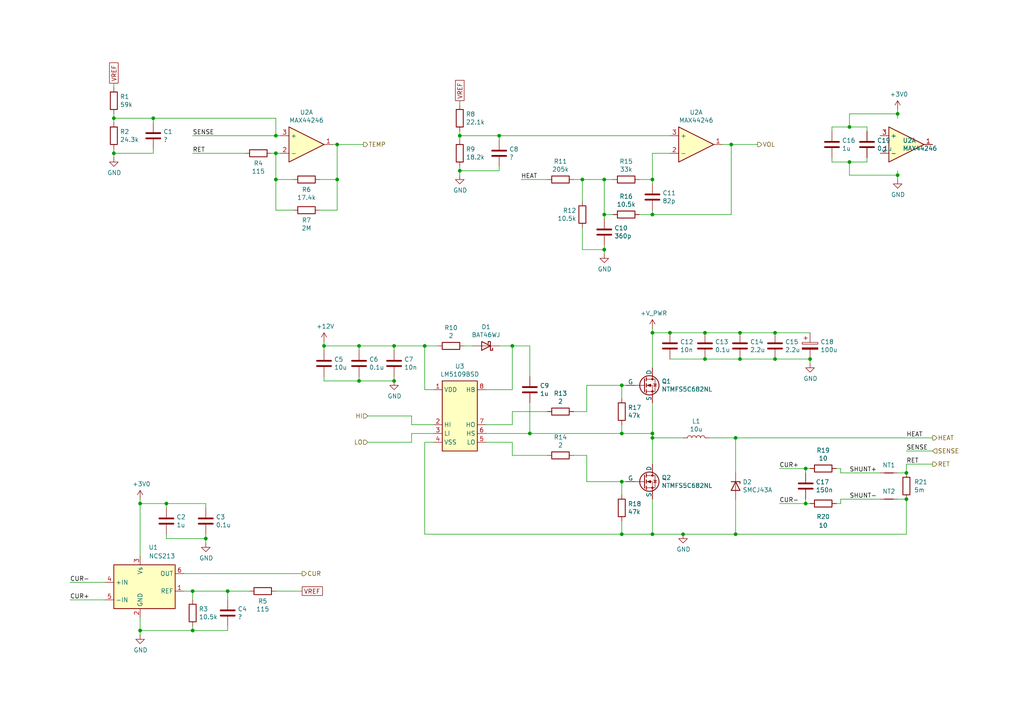
<source format=kicad_sch>
(kicad_sch (version 20211123) (generator eeschema)
  (paper "A4")
  (lib_symbols
    (symbol "Device:C" (pin_numbers hide) (pin_names (offset 0.254))
      (property "Reference" "C" (at 0.635 2.54 0))
      (property "Value" "C" (at 0.635 -2.54 0))
      (symbol "C_0_1"
        (polyline (pts (xy -2.032 -0.762) (xy 2.032 -0.762)) (stroke (width 0.508)))
        (polyline (pts (xy -2.032 0.762) (xy 2.032 0.762)) (stroke (width 0.508)))
      )
      (symbol "C_1_1"
        (pin passive line (at 0 3.81 270) (length 2.794) (name "~") (number "1"))
        (pin passive line (at 0 -3.81 90) (length 2.794) (name "~") (number "2"))
      )
    )
    (symbol "Device:C_Polarized" (pin_numbers hide) (pin_names (offset 0.254))
      (property "Reference" "C" (at 0.635 2.54 0))
      (property "Value" "C_Polarized" (at 0.635 -2.54 0))
      (symbol "C_Polarized_0_1"
        (rectangle (start -2.286 0.508) (end 2.286 1.016))
        (polyline (pts (xy -1.778 2.286) (xy -0.762 2.286)))
        (polyline (pts (xy -1.27 2.794) (xy -1.27 1.778)))
        (rectangle (start 2.286 -0.508) (end -2.286 -1.016) (fill (type outline)))
      )
      (symbol "C_Polarized_1_1"
        (pin passive line (at 0 3.81 270) (length 2.794) (name "~") (number "1"))
        (pin passive line (at 0 -3.81 90) (length 2.794) (name "~") (number "2"))
      )
    )
    (symbol "Device:D_Schottky" (pin_numbers hide) (pin_names (offset 1.016) hide)
      (property "Reference" "D" (at 0 2.54 0))
      (property "Value" "D_Schottky" (at 0 -2.54 0))
      (symbol "D_Schottky_0_1"
        (polyline (pts (xy 1.27 0) (xy -1.27 0)))
        (polyline (pts (xy 1.27 1.27) (xy 1.27 -1.27) (xy -1.27 0) (xy 1.27 1.27)) (stroke (width 0.254)))
        (polyline (pts (xy -1.905 0.635) (xy -1.905 1.27) (xy -1.27 1.27) (xy -1.27 -1.27) (xy -0.635 -1.27) (xy -0.635 -0.635)) (stroke (width 0.254)))
      )
      (symbol "D_Schottky_1_1"
        (pin passive line (at -3.81 0 0) (length 2.54) (name "K") (number "1"))
        (pin passive line (at 3.81 0 180) (length 2.54) (name "A") (number "2"))
      )
    )
    (symbol "Device:D_Zener" (pin_numbers hide) (pin_names (offset 1.016) hide)
      (property "Reference" "D" (at 0 2.54 0))
      (property "Value" "D_Zener" (at 0 -2.54 0))
      (symbol "D_Zener_0_1"
        (polyline (pts (xy 1.27 0) (xy -1.27 0)))
        (polyline (pts (xy -1.27 -1.27) (xy -1.27 1.27) (xy -0.762 1.27)) (stroke (width 0.254)))
        (polyline (pts (xy 1.27 -1.27) (xy 1.27 1.27) (xy -1.27 0) (xy 1.27 -1.27)) (stroke (width 0.254)))
      )
      (symbol "D_Zener_1_1"
        (pin passive line (at -3.81 0 0) (length 2.54) (name "K") (number "1"))
        (pin passive line (at 3.81 0 180) (length 2.54) (name "A") (number "2"))
      )
    )
    (symbol "Device:L" (pin_numbers hide) (pin_names (offset 1.016) hide)
      (property "Reference" "L" (at -1.27 0 90))
      (property "Value" "L" (at 1.905 0 90))
      (symbol "L_0_1"
        (arc (start 0 -2.54) (mid 0.635 -1.905) (end 0 -1.27))
        (arc (start 0 -1.27) (mid 0.635 -0.635) (end 0 0))
        (arc (start 0 0) (mid 0.635 0.635) (end 0 1.27))
        (arc (start 0 1.27) (mid 0.635 1.905) (end 0 2.54))
      )
      (symbol "L_1_1"
        (pin passive line (at 0 3.81 270) (length 1.27) (name "1") (number "1"))
        (pin passive line (at 0 -3.81 90) (length 1.27) (name "2") (number "2"))
      )
    )
    (symbol "Device:NetTie_2" (pin_numbers hide) (pin_names (offset 0) hide)
      (property "Reference" "NT" (at 0 1.27 0))
      (property "Value" "NetTie_2" (at 0 -1.27 0))
      (symbol "NetTie_2_0_1"
        (polyline (pts (xy -1.27 0) (xy 1.27 0)) (stroke (width 0.254)))
      )
      (symbol "NetTie_2_1_1"
        (pin passive line (at -2.54 0 0) (length 2.54) (name "1") (number "1"))
        (pin passive line (at 2.54 0 180) (length 2.54) (name "2") (number "2"))
      )
    )
    (symbol "Device:Opamp_Dual"
      (property "Reference" "U" (at 0 5.08 0))
      (property "Value" "Opamp_Dual" (at 0 -5.08 0))
      (symbol "Opamp_Dual_1_1"
        (polyline (pts (xy -5.08 5.08) (xy 5.08 0) (xy -5.08 -5.08) (xy -5.08 5.08)) (stroke (width 0.254)) (fill (type background)))
        (pin output line (at 7.62 0 180) (length 2.54) (name "~") (number "1"))
        (pin input line (at -7.62 -2.54 0) (length 2.54) (name "-") (number "2"))
        (pin input line (at -7.62 2.54 0) (length 2.54) (name "+") (number "3"))
      )
      (symbol "Opamp_Dual_2_1"
        (polyline (pts (xy -5.08 5.08) (xy 5.08 0) (xy -5.08 -5.08) (xy -5.08 5.08)) (stroke (width 0.254)) (fill (type background)))
        (pin input line (at -7.62 2.54 0) (length 2.54) (name "+") (number "5"))
        (pin input line (at -7.62 -2.54 0) (length 2.54) (name "-") (number "6"))
        (pin output line (at 7.62 0 180) (length 2.54) (name "~") (number "7"))
      )
      (symbol "Opamp_Dual_3_1"
        (pin power_in line (at -2.54 -7.62 90) (length 3.81) (name "V-") (number "4"))
        (pin power_in line (at -2.54 7.62 270) (length 3.81) (name "V+") (number "8"))
      )
    )
    (symbol "Device:R" (pin_numbers hide) (pin_names (offset 0))
      (property "Reference" "R" (at 2.032 0 90))
      (property "Value" "R" (at 0 0 90))
      (symbol "R_0_1"
        (rectangle (start -1.016 -2.54) (end 1.016 2.54) (stroke (width 0.254)))
      )
      (symbol "R_1_1"
        (pin passive line (at 0 3.81 270) (length 1.27) (name "~") (number "1"))
        (pin passive line (at 0 -3.81 90) (length 1.27) (name "~") (number "2"))
      )
    )
    (symbol "Driver_FET:LM5109BSD"
      (property "Reference" "U" (at 0 13.97 0))
      (property "Value" "LM5109BSD" (at 0 11.43 0))
      (symbol "LM5109BSD_0_1"
        (rectangle (start -5.08 -10.16) (end 5.08 10.16) (stroke (width 0.254)) (fill (type background)))
      )
      (symbol "LM5109BSD_1_1"
        (pin power_in line (at -7.62 7.62 0) (length 2.54) (name "VDD") (number "1"))
        (pin input line (at -7.62 -2.54 0) (length 2.54) (name "HI") (number "2"))
        (pin input line (at -7.62 -5.08 0) (length 2.54) (name "LI") (number "3"))
        (pin power_in line (at -7.62 -7.62 0) (length 2.54) (name "VSS") (number "4"))
        (pin output line (at 7.62 -7.62 180) (length 2.54) (name "LO") (number "5"))
        (pin passive line (at 7.62 -5.08 180) (length 2.54) (name "HS") (number "6"))
        (pin output line (at 7.62 -2.54 180) (length 2.54) (name "HO") (number "7"))
        (pin passive line (at 7.62 7.62 180) (length 2.54) (name "HB") (number "8"))
        (pin passive line (at -7.62 -7.62 0) (length 2.54) hide (name "VSS") (number "9"))
      )
    )
    (symbol "Station:+V_PWR" (power) (pin_names (offset 0))
      (property "Value" "+V_PWR" (at 0 3.556 0))
      (symbol "+V_PWR_0_1"
        (polyline (pts (xy -0.762 1.27) (xy 0 2.54)))
        (polyline (pts (xy 0 0) (xy 0 2.54)))
        (polyline (pts (xy 0 2.54) (xy 0.762 1.27)))
      )
      (symbol "+V_PWR_1_1"
        (pin power_in line (at 0 0 90) (length 0) hide (name "+V_PWR") (number "1"))
      )
    )
    (symbol "Station:NCS213"
      (property "Reference" "U" (at -7.62 8.89 0))
      (property "Value" "NCS213" (at 2.54 8.89 0))
      (symbol "NCS213_0_1"
        (rectangle (start -7.62 7.62) (end 10.16 -5.08) (stroke (width 0.254)) (fill (type background)))
      )
      (symbol "NCS213_1_1"
        (pin input line (at 12.7 0 180) (length 2.54) (name "REF") (number "1"))
        (pin power_in line (at 0 -7.62 90) (length 2.54) (name "GND") (number "2"))
        (pin power_in line (at 0 10.16 270) (length 2.54) (name "Vs") (number "3"))
        (pin input line (at -10.16 2.54 0) (length 2.54) (name "+IN") (number "4"))
        (pin input line (at -10.16 -2.54 0) (length 2.54) (name "-IN") (number "5"))
        (pin output line (at 12.7 5.08 180) (length 2.54) (name "OUT") (number "6"))
      )
    )
    (symbol "Station:NTMFS5C682NL" (pin_numbers hide) (pin_names (offset 0))
      (property "Reference" "Q" (at 5.08 1.27 0))
      (property "Value" "NTMFS5C682NL" (at 5.08 -1.27 0))
      (symbol "NTMFS5C682NL_0_1"
        (polyline (pts (xy 0.254 0) (xy -2.54 0)))
        (polyline (pts (xy 0.254 1.905) (xy 0.254 -1.905)) (stroke (width 0.254)))
        (polyline (pts (xy 0.762 -1.27) (xy 0.762 -2.286)) (stroke (width 0.254)))
        (polyline (pts (xy 0.762 0.508) (xy 0.762 -0.508)) (stroke (width 0.254)))
        (polyline (pts (xy 0.762 2.286) (xy 0.762 1.27)) (stroke (width 0.254)))
        (polyline (pts (xy 2.54 2.54) (xy 2.54 1.778)))
        (polyline (pts (xy 2.54 -2.54) (xy 2.54 0) (xy 0.762 0)))
        (polyline (pts (xy 0.762 -1.778) (xy 3.302 -1.778) (xy 3.302 1.778) (xy 0.762 1.778)))
        (polyline (pts (xy 1.016 0) (xy 2.032 0.381) (xy 2.032 -0.381) (xy 1.016 0)) (fill (type outline)))
        (polyline (pts (xy 2.794 0.508) (xy 2.921 0.381) (xy 3.683 0.381) (xy 3.81 0.254)))
        (polyline (pts (xy 3.302 0.381) (xy 2.921 -0.254) (xy 3.683 -0.254) (xy 3.302 0.381)))
        (circle (center 1.651 0) (radius 2.794) (stroke (width 0.254)))
        (circle (center 2.54 -1.778) (radius 0.254) (fill (type outline)))
        (circle (center 2.54 1.778) (radius 0.254) (fill (type outline)))
      )
      (symbol "NTMFS5C682NL_1_1"
        (pin passive line (at 2.54 -5.08 90) (length 2.54) (name "S") (number "1"))
        (pin passive line (at 2.54 -5.08 90) (length 2.54) hide (name "S") (number "2"))
        (pin passive line (at 2.54 -5.08 90) (length 2.54) hide (name "S") (number "3"))
        (pin input line (at -5.08 0 0) (length 2.54) (name "G") (number "4"))
        (pin passive line (at 2.54 5.08 270) (length 2.54) (name "D") (number "5"))
      )
    )
    (symbol "power:+12V" (power) (pin_names (offset 0))
      (property "Value" "+12V" (at 0 3.556 0))
      (symbol "+12V_0_1"
        (polyline (pts (xy -0.762 1.27) (xy 0 2.54)))
        (polyline (pts (xy 0 0) (xy 0 2.54)))
        (polyline (pts (xy 0 2.54) (xy 0.762 1.27)))
      )
      (symbol "+12V_1_1"
        (pin power_in line (at 0 0 90) (length 0) hide (name "+12V") (number "1"))
      )
    )
    (symbol "power:+3V0" (power) (pin_names (offset 0))
      (property "Value" "+3V0" (at 0 3.556 0))
      (symbol "+3V0_0_1"
        (polyline (pts (xy -0.762 1.27) (xy 0 2.54)))
        (polyline (pts (xy 0 0) (xy 0 2.54)))
        (polyline (pts (xy 0 2.54) (xy 0.762 1.27)))
      )
      (symbol "+3V0_1_1"
        (pin power_in line (at 0 0 90) (length 0) hide (name "+3V0") (number "1"))
      )
    )
    (symbol "power:GND" (power) (pin_names (offset 0))
      (property "Value" "GND" (at 0 -3.81 0))
      (symbol "GND_0_1"
        (polyline (pts (xy 0 0) (xy 0 -1.27) (xy 1.27 -1.27) (xy 0 -2.54) (xy -1.27 -1.27) (xy 0 -1.27)))
      )
      (symbol "GND_1_1"
        (pin power_in line (at 0 0 270) (length 0) hide (name "GND") (number "1"))
      )
    )
  )
  (junction (at 66.04 171.45))
  (junction (at 214.63 104.14))
  (junction (at 224.79 96.52))
  (junction (at 233.68 135.89))
  (junction (at 55.88 182.88))
  (junction (at 246.38 36.83))
  (junction (at 97.79 52.07))
  (junction (at 44.45 34.29))
  (junction (at 204.47 96.52))
  (junction (at 189.23 62.23))
  (junction (at 214.63 96.52))
  (junction (at 40.64 182.88))
  (junction (at 233.68 146.05))
  (junction (at 212.09 41.91))
  (junction (at 33.02 34.29))
  (junction (at 262.89 144.78))
  (junction (at 180.34 111.76))
  (junction (at 168.91 52.07))
  (junction (at 213.36 127))
  (junction (at 262.89 137.16))
  (junction (at 80.01 39.37))
  (junction (at 189.23 52.07))
  (junction (at 175.26 52.07))
  (junction (at 153.67 125.73))
  (junction (at 40.64 146.05))
  (junction (at 213.36 154.94))
  (junction (at 123.19 100.33))
  (junction (at 175.26 72.39))
  (junction (at 260.35 33.02))
  (junction (at 133.35 39.37))
  (junction (at 114.3 100.33))
  (junction (at 194.31 96.52))
  (junction (at 48.26 146.05))
  (junction (at 114.3 110.49))
  (junction (at 180.34 139.7))
  (junction (at 104.14 100.33))
  (junction (at 33.02 44.45))
  (junction (at 59.69 156.21))
  (junction (at 224.79 104.14))
  (junction (at 148.59 100.33))
  (junction (at 180.34 154.94))
  (junction (at 189.23 154.94))
  (junction (at 246.38 46.99))
  (junction (at 133.35 49.53))
  (junction (at 80.01 44.45))
  (junction (at 189.23 125.73))
  (junction (at 144.78 39.37))
  (junction (at 80.01 52.07))
  (junction (at 175.26 62.23))
  (junction (at 198.12 154.94))
  (junction (at 55.88 171.45))
  (junction (at 234.95 104.14))
  (junction (at 189.23 96.52))
  (junction (at 104.14 110.49))
  (junction (at 97.79 41.91))
  (junction (at 260.35 50.8))
  (junction (at 180.34 125.73))
  (junction (at 189.23 127))
  (junction (at 204.47 104.14))
  (junction (at 93.98 100.33))
  (wire (pts (xy 48.26 146.05) (xy 40.64 146.05)))
  (wire (pts (xy 170.18 132.08) (xy 170.18 139.7)))
  (wire (pts (xy 185.42 52.07) (xy 189.23 52.07)))
  (wire (pts (xy 104.14 110.49) (xy 93.98 110.49)))
  (wire (pts (xy 194.31 104.14) (xy 204.47 104.14)))
  (wire (pts (xy 114.3 100.33) (xy 123.19 100.33)))
  (wire (pts (xy 212.09 41.91) (xy 212.09 62.23)))
  (wire (pts (xy 246.38 46.99) (xy 251.46 46.99)))
  (wire (pts (xy 97.79 41.91) (xy 105.41 41.91)))
  (wire (pts (xy 189.23 154.94) (xy 198.12 154.94)))
  (wire (pts (xy 78.74 44.45) (xy 80.01 44.45)))
  (wire (pts (xy 48.26 156.21) (xy 59.69 156.21)))
  (wire (pts (xy 262.89 144.78) (xy 262.89 154.94)))
  (wire (pts (xy 189.23 125.73) (xy 189.23 116.84)))
  (wire (pts (xy 148.59 132.08) (xy 158.75 132.08)))
  (wire (pts (xy 44.45 44.45) (xy 44.45 43.18)))
  (wire (pts (xy 20.32 168.91) (xy 30.48 168.91)))
  (wire (pts (xy 144.78 39.37) (xy 144.78 40.64)))
  (wire (pts (xy 233.68 146.05) (xy 234.95 146.05)))
  (wire (pts (xy 260.35 49.53) (xy 260.35 50.8)))
  (wire (pts (xy 119.38 125.73) (xy 119.38 128.27)))
  (wire (pts (xy 243.84 146.05) (xy 242.57 146.05)))
  (wire (pts (xy 255.27 144.78) (xy 243.84 144.78)))
  (wire (pts (xy 97.79 52.07) (xy 92.71 52.07)))
  (wire (pts (xy 80.01 44.45) (xy 81.28 44.45)))
  (wire (pts (xy 55.88 182.88) (xy 40.64 182.88)))
  (wire (pts (xy 134.62 100.33) (xy 137.16 100.33)))
  (wire (pts (xy 125.73 113.03) (xy 123.19 113.03)))
  (wire (pts (xy 189.23 52.07) (xy 189.23 53.34)))
  (wire (pts (xy 133.35 39.37) (xy 133.35 40.64)))
  (wire (pts (xy 166.37 132.08) (xy 170.18 132.08)))
  (wire (pts (xy 114.3 101.6) (xy 114.3 100.33)))
  (wire (pts (xy 87.63 171.45) (xy 80.01 171.45)))
  (wire (pts (xy 123.19 128.27) (xy 125.73 128.27)))
  (wire (pts (xy 180.34 139.7) (xy 181.61 139.7)))
  (wire (pts (xy 148.59 128.27) (xy 148.59 132.08)))
  (wire (pts (xy 262.89 134.62) (xy 262.89 137.16)))
  (wire (pts (xy 213.36 144.78) (xy 213.36 154.94)))
  (wire (pts (xy 246.38 36.83) (xy 241.3 36.83)))
  (wire (pts (xy 198.12 127) (xy 189.23 127)))
  (wire (pts (xy 119.38 123.19) (xy 119.38 120.65)))
  (wire (pts (xy 166.37 52.07) (xy 168.91 52.07)))
  (wire (pts (xy 241.3 46.99) (xy 246.38 46.99)))
  (wire (pts (xy 40.64 182.88) (xy 40.64 184.15)))
  (wire (pts (xy 224.79 104.14) (xy 234.95 104.14)))
  (wire (pts (xy 180.34 123.19) (xy 180.34 125.73)))
  (wire (pts (xy 144.78 39.37) (xy 194.31 39.37)))
  (wire (pts (xy 204.47 96.52) (xy 194.31 96.52)))
  (wire (pts (xy 55.88 181.61) (xy 55.88 182.88)))
  (wire (pts (xy 246.38 46.99) (xy 246.38 50.8)))
  (wire (pts (xy 180.34 143.51) (xy 180.34 139.7)))
  (wire (pts (xy 133.35 48.26) (xy 133.35 49.53)))
  (wire (pts (xy 175.26 62.23) (xy 177.8 62.23)))
  (wire (pts (xy 66.04 182.88) (xy 66.04 181.61)))
  (wire (pts (xy 246.38 33.02) (xy 246.38 36.83)))
  (wire (pts (xy 20.32 173.99) (xy 30.48 173.99)))
  (wire (pts (xy 233.68 135.89) (xy 233.68 137.16)))
  (wire (pts (xy 234.95 104.14) (xy 234.95 105.41)))
  (wire (pts (xy 125.73 123.19) (xy 119.38 123.19)))
  (wire (pts (xy 48.26 146.05) (xy 48.26 147.32)))
  (wire (pts (xy 262.89 154.94) (xy 213.36 154.94)))
  (wire (pts (xy 148.59 113.03) (xy 148.59 100.33)))
  (wire (pts (xy 189.23 60.96) (xy 189.23 62.23)))
  (wire (pts (xy 53.34 166.37) (xy 87.63 166.37)))
  (wire (pts (xy 133.35 29.21) (xy 133.35 30.48)))
  (wire (pts (xy 80.01 52.07) (xy 80.01 44.45)))
  (wire (pts (xy 170.18 139.7) (xy 180.34 139.7)))
  (wire (pts (xy 93.98 100.33) (xy 104.14 100.33)))
  (wire (pts (xy 80.01 60.96) (xy 85.09 60.96)))
  (wire (pts (xy 260.35 137.16) (xy 262.89 137.16)))
  (wire (pts (xy 81.28 39.37) (xy 80.01 39.37)))
  (wire (pts (xy 55.88 171.45) (xy 66.04 171.45)))
  (wire (pts (xy 80.01 39.37) (xy 55.88 39.37)))
  (wire (pts (xy 262.89 144.78) (xy 260.35 144.78)))
  (wire (pts (xy 144.78 39.37) (xy 133.35 39.37)))
  (wire (pts (xy 93.98 110.49) (xy 93.98 109.22)))
  (wire (pts (xy 53.34 171.45) (xy 55.88 171.45)))
  (wire (pts (xy 251.46 36.83) (xy 246.38 36.83)))
  (wire (pts (xy 270.51 134.62) (xy 262.89 134.62)))
  (wire (pts (xy 270.51 130.81) (xy 262.89 130.81)))
  (wire (pts (xy 233.68 144.78) (xy 233.68 146.05)))
  (wire (pts (xy 189.23 52.07) (xy 189.23 44.45)))
  (wire (pts (xy 140.97 125.73) (xy 153.67 125.73)))
  (wire (pts (xy 251.46 46.99) (xy 251.46 45.72)))
  (wire (pts (xy 80.01 52.07) (xy 80.01 60.96)))
  (wire (pts (xy 260.35 50.8) (xy 260.35 52.07)))
  (wire (pts (xy 166.37 119.38) (xy 170.18 119.38)))
  (wire (pts (xy 148.59 100.33) (xy 153.67 100.33)))
  (wire (pts (xy 97.79 41.91) (xy 97.79 52.07)))
  (wire (pts (xy 133.35 49.53) (xy 133.35 50.8)))
  (wire (pts (xy 189.23 62.23) (xy 212.09 62.23)))
  (wire (pts (xy 66.04 171.45) (xy 72.39 171.45)))
  (wire (pts (xy 44.45 34.29) (xy 33.02 34.29)))
  (wire (pts (xy 104.14 101.6) (xy 104.14 100.33)))
  (wire (pts (xy 189.23 62.23) (xy 185.42 62.23)))
  (wire (pts (xy 33.02 44.45) (xy 33.02 45.72)))
  (wire (pts (xy 153.67 109.22) (xy 153.67 100.33)))
  (wire (pts (xy 224.79 96.52) (xy 234.95 96.52)))
  (wire (pts (xy 59.69 156.21) (xy 59.69 154.94)))
  (wire (pts (xy 175.26 52.07) (xy 175.26 62.23)))
  (wire (pts (xy 153.67 125.73) (xy 180.34 125.73)))
  (wire (pts (xy 168.91 72.39) (xy 168.91 66.04)))
  (wire (pts (xy 140.97 123.19) (xy 148.59 123.19)))
  (wire (pts (xy 243.84 135.89) (xy 242.57 135.89)))
  (wire (pts (xy 96.52 41.91) (xy 97.79 41.91)))
  (wire (pts (xy 40.64 179.07) (xy 40.64 182.88)))
  (wire (pts (xy 148.59 123.19) (xy 148.59 119.38)))
  (wire (pts (xy 234.95 135.89) (xy 233.68 135.89)))
  (wire (pts (xy 123.19 154.94) (xy 123.19 128.27)))
  (wire (pts (xy 180.34 125.73) (xy 189.23 125.73)))
  (wire (pts (xy 180.34 115.57) (xy 180.34 111.76)))
  (wire (pts (xy 123.19 113.03) (xy 123.19 100.33)))
  (wire (pts (xy 168.91 58.42) (xy 168.91 52.07)))
  (wire (pts (xy 40.64 144.78) (xy 40.64 146.05)))
  (wire (pts (xy 40.64 146.05) (xy 40.64 161.29)))
  (wire (pts (xy 260.35 33.02) (xy 246.38 33.02)))
  (wire (pts (xy 133.35 49.53) (xy 144.78 49.53)))
  (wire (pts (xy 33.02 24.13) (xy 33.02 25.4)))
  (wire (pts (xy 33.02 33.02) (xy 33.02 34.29)))
  (wire (pts (xy 71.12 44.45) (xy 55.88 44.45)))
  (wire (pts (xy 85.09 52.07) (xy 80.01 52.07)))
  (wire (pts (xy 123.19 100.33) (xy 127 100.33)))
  (wire (pts (xy 243.84 137.16) (xy 243.84 135.89)))
  (wire (pts (xy 144.78 100.33) (xy 148.59 100.33)))
  (wire (pts (xy 104.14 100.33) (xy 114.3 100.33)))
  (wire (pts (xy 104.14 110.49) (xy 114.3 110.49)))
  (wire (pts (xy 214.63 96.52) (xy 224.79 96.52)))
  (wire (pts (xy 241.3 36.83) (xy 241.3 38.1)))
  (wire (pts (xy 213.36 127) (xy 270.51 127)))
  (wire (pts (xy 168.91 52.07) (xy 175.26 52.07)))
  (wire (pts (xy 213.36 127) (xy 213.36 137.16)))
  (wire (pts (xy 123.19 154.94) (xy 180.34 154.94)))
  (wire (pts (xy 55.88 173.99) (xy 55.88 171.45)))
  (wire (pts (xy 93.98 99.06) (xy 93.98 100.33)))
  (wire (pts (xy 212.09 41.91) (xy 209.55 41.91)))
  (wire (pts (xy 204.47 104.14) (xy 214.63 104.14)))
  (wire (pts (xy 80.01 34.29) (xy 44.45 34.29)))
  (wire (pts (xy 212.09 41.91) (xy 219.71 41.91)))
  (wire (pts (xy 119.38 120.65) (xy 106.68 120.65)))
  (wire (pts (xy 251.46 38.1) (xy 251.46 36.83)))
  (wire (pts (xy 213.36 154.94) (xy 198.12 154.94)))
  (wire (pts (xy 170.18 119.38) (xy 170.18 111.76)))
  (wire (pts (xy 80.01 34.29) (xy 80.01 39.37)))
  (wire (pts (xy 243.84 144.78) (xy 243.84 146.05)))
  (wire (pts (xy 246.38 50.8) (xy 260.35 50.8)))
  (wire (pts (xy 189.23 96.52) (xy 189.23 106.68)))
  (wire (pts (xy 241.3 45.72) (xy 241.3 46.99)))
  (wire (pts (xy 194.31 96.52) (xy 189.23 96.52)))
  (wire (pts (xy 119.38 128.27) (xy 106.68 128.27)))
  (wire (pts (xy 175.26 62.23) (xy 175.26 63.5)))
  (wire (pts (xy 158.75 52.07) (xy 151.13 52.07)))
  (wire (pts (xy 233.68 146.05) (xy 226.06 146.05)))
  (wire (pts (xy 175.26 72.39) (xy 175.26 73.66)))
  (wire (pts (xy 133.35 38.1) (xy 133.35 39.37)))
  (wire (pts (xy 114.3 109.22) (xy 114.3 110.49)))
  (wire (pts (xy 59.69 156.21) (xy 59.69 157.48)))
  (wire (pts (xy 48.26 154.94) (xy 48.26 156.21)))
  (wire (pts (xy 189.23 44.45) (xy 194.31 44.45)))
  (wire (pts (xy 175.26 72.39) (xy 168.91 72.39)))
  (wire (pts (xy 189.23 95.25) (xy 189.23 96.52)))
  (wire (pts (xy 66.04 173.99) (xy 66.04 171.45)))
  (wire (pts (xy 33.02 44.45) (xy 44.45 44.45)))
  (wire (pts (xy 33.02 34.29) (xy 33.02 35.56)))
  (wire (pts (xy 189.23 127) (xy 189.23 125.73)))
  (wire (pts (xy 170.18 111.76) (xy 180.34 111.76)))
  (wire (pts (xy 260.35 31.75) (xy 260.35 33.02)))
  (wire (pts (xy 180.34 111.76) (xy 181.61 111.76)))
  (wire (pts (xy 243.84 137.16) (xy 255.27 137.16)))
  (wire (pts (xy 140.97 128.27) (xy 148.59 128.27)))
  (wire (pts (xy 44.45 35.56) (xy 44.45 34.29)))
  (wire (pts (xy 55.88 182.88) (xy 66.04 182.88)))
  (wire (pts (xy 140.97 113.03) (xy 148.59 113.03)))
  (wire (pts (xy 189.23 134.62) (xy 189.23 127)))
  (wire (pts (xy 233.68 135.89) (xy 226.06 135.89)))
  (wire (pts (xy 214.63 96.52) (xy 204.47 96.52)))
  (wire (pts (xy 33.02 43.18) (xy 33.02 44.45)))
  (wire (pts (xy 189.23 154.94) (xy 180.34 154.94)))
  (wire (pts (xy 153.67 116.84) (xy 153.67 125.73)))
  (wire (pts (xy 260.35 33.02) (xy 260.35 34.29)))
  (wire (pts (xy 148.59 119.38) (xy 158.75 119.38)))
  (wire (pts (xy 189.23 144.78) (xy 189.23 154.94)))
  (wire (pts (xy 144.78 49.53) (xy 144.78 48.26)))
  (wire (pts (xy 125.73 125.73) (xy 119.38 125.73)))
  (wire (pts (xy 93.98 101.6) (xy 93.98 100.33)))
  (wire (pts (xy 97.79 60.96) (xy 97.79 52.07)))
  (wire (pts (xy 92.71 60.96) (xy 97.79 60.96)))
  (wire (pts (xy 214.63 104.14) (xy 224.79 104.14)))
  (wire (pts (xy 59.69 147.32) (xy 59.69 146.05)))
  (wire (pts (xy 180.34 151.13) (xy 180.34 154.94)))
  (wire (pts (xy 175.26 71.12) (xy 175.26 72.39)))
  (wire (pts (xy 59.69 146.05) (xy 48.26 146.05)))
  (wire (pts (xy 175.26 52.07) (xy 177.8 52.07)))
  (wire (pts (xy 104.14 109.22) (xy 104.14 110.49)))
  (wire (pts (xy 205.74 127) (xy 213.36 127)))
  (label "RET" (at 55.88 44.45 0))
  (label "RET" (at 262.89 134.62 0))
  (label "SHUNT+" (at 246.38 137.16 0))
  (label "SENSE" (at 262.89 130.81 0))
  (label "CUR+" (at 20.32 173.99 0))
  (label "HEAT" (at 151.13 52.07 0))
  (label "SHUNT-" (at 246.38 144.78 0))
  (label "CUR-" (at 20.32 168.91 0))
  (label "HEAT" (at 262.89 127 0))
  (label "CUR+" (at 226.06 135.89 0))
  (label "CUR-" (at 226.06 146.05 0))
  (label "SENSE" (at 55.88 39.37 0))
  (global_label "VREF" (shape passive) (at 33.02 24.13 90) (property "Intersheet References" "${INTERSHEET_REFS}" (effects hide)))
  (global_label "VREF" (shape passive) (at 133.35 29.21 90) (property "Intersheet References" "${INTERSHEET_REFS}" (effects hide)))
  (global_label "VREF" (shape passive) (at 87.63 171.45 0) (property "Intersheet References" "${INTERSHEET_REFS}" (effects hide)))
  (hierarchical_label "VOL" (shape output) (at 219.71 41.91 0))
  (hierarchical_label "HEAT" (shape output) (at 270.51 127 0))
  (hierarchical_label "TEMP" (shape output) (at 105.41 41.91 0))
  (hierarchical_label "CUR" (shape output) (at 87.63 166.37 0))
  (hierarchical_label "SENSE" (shape input) (at 270.51 130.81 0))
  (hierarchical_label "HI" (shape input) (at 106.68 120.65 180))
  (hierarchical_label "RET" (shape output) (at 270.51 134.62 0))
  (hierarchical_label "LO" (shape input) (at 106.68 128.27 180))
  (symbol (lib_id "Device:L") (at 201.93 127 90)
    (property "Reference" "L1" (at 201.93 122.174 90))
    (property "Value" "10u" (at 201.93 124.4854 90))
    (property "Footprint" "station:L_Bourns_SRP1265C" (effects hide))
    (property "Datasheet" "https://www.bourns.com/docs/product-datasheets/SRP1265C.pdf" (effects hide))
    (property "Part Number" "SRP1265C-100M" (effects hide))
    (property "Manufacturer" "Bourns" (effects hide))
  )
  (symbol (lib_id "Device:R") (at 262.89 140.97 180)
    (property "Reference" "R21" (at 265.1252 139.8016 0) (effects (justify right)))
    (property "Value" "5m" (at 265.1252 142.113 0) (effects (justify right)))
    (property "Footprint" "Resistor_SMD:R_0612_1632Metric" (effects hide))
    (property "Datasheet" "https://www.seielect.com/catalog/sei-csrf.pdf" (effects hide))
    (property "Manufacturer" "Stackpole Electronics Inc" (effects hide))
    (property "Part Number" "CSRF0612FT5L00" (effects hide))
    (property "Tolerance" "1%" (effects hide))
  )
  (symbol (lib_id "power:GND") (at 198.12 154.94 0)
    (property "Reference" "#PWR014" (effects hide))
    (property "Value" "GND" (at 198.247 159.3342 0))
  )
  (symbol (lib_id "Device:C") (at 194.31 100.33 0)
    (property "Reference" "C12" (at 197.231 99.1616 0) (effects (justify left)))
    (property "Value" "10n" (at 197.231 101.473 0) (effects (justify left)))
    (property "Footprint" "Capacitor_SMD:C_0603_1608Metric" (effects hide))
    (property "Datasheet" "https://product.tdk.com/info/en/catalog/datasheets/mlcc_commercial_midvoltage_en.pdf?ref_disty=digikey" (effects hide))
    (property "Voltage Rating" "100 V" (effects hide))
    (property "Manufacturer" "TDK" (effects hide))
    (property "Part Number" "C1608X7R2A103K080AA" (effects hide))
    (property "Tolerance" "10%" (effects hide))
  )
  (symbol (lib_id "Device:C") (at 204.47 100.33 0)
    (property "Reference" "C13" (at 207.391 99.1616 0) (effects (justify left)))
    (property "Value" "0.1u" (at 207.391 101.473 0) (effects (justify left)))
    (property "Footprint" "Capacitor_SMD:C_0805_2012Metric" (effects hide))
    (property "Datasheet" "https://www.we-online.de/katalog/datasheet/885012207128.pdf" (effects hide))
    (property "Voltage Rating" "100 V" (effects hide))
    (property "Manufacturer" "Wurth Electronik" (effects hide))
    (property "Part Number" "885012207128" (effects hide))
    (property "Tolerance" "10%" (effects hide))
  )
  (symbol (lib_id "Device:C") (at 214.63 100.33 0)
    (property "Reference" "C14" (at 217.551 99.1616 0) (effects (justify left)))
    (property "Value" "2.2u" (at 217.551 101.473 0) (effects (justify left)))
    (property "Footprint" "Capacitor_SMD:C_1210_3225Metric" (effects hide))
    (property "Datasheet" "https://ds.yuden.co.jp/TYCOMPAS/ut/detail?pn=HMK325B7225KM-T%20%20&u=M" (effects hide))
    (property "Voltage Rating" "100 V" (effects hide))
    (property "Part Number" "HMK325B7225KM-T" (effects hide))
    (property "Manufacturer" "Taiyo Yuden" (effects hide))
    (property "Tolerance" "10%" (effects hide))
  )
  (symbol (lib_id "Device:R") (at 162.56 119.38 270)
    (property "Reference" "R13" (at 162.56 114.1222 90))
    (property "Value" "2" (at 162.56 116.4336 90))
    (property "Footprint" "Resistor_SMD:R_0603_1608Metric" (effects hide))
    (property "Datasheet" "https://industrial.panasonic.com/cdbs/www-data/pdf/RDO0000/AOA0000C331.pdf" (effects hide))
    (property "Tolerance" "5%" (effects hide))
    (property "Manufacturer" "Panasonic" (effects hide))
    (property "Part Number" "ERJ-PA3J2R0V" (effects hide))
  )
  (symbol (lib_id "Device:C") (at 153.67 113.03 180)
    (property "Reference" "C9" (at 156.591 111.8616 0) (effects (justify right)))
    (property "Value" "1u" (at 156.591 114.173 0) (effects (justify right)))
    (property "Footprint" "Capacitor_SMD:C_1206_3216Metric" (effects hide))
    (property "Datasheet" "https://api.kemet.com/component-edge/download/datasheet/C1206C105K3RACAUTO.pdf" (effects hide))
    (property "Voltage Rating" "25 V" (effects hide))
    (property "Manufacturer" "KEMET" (effects hide))
    (property "Part Number" "C1206C105K3RACAUTO" (effects hide))
    (property "Tolerance" "10%" (effects hide))
  )
  (symbol (lib_id "Device:R") (at 130.81 100.33 270)
    (property "Reference" "R10" (at 130.81 95.0722 90))
    (property "Value" "2" (at 130.81 97.3836 90))
    (property "Footprint" "Resistor_SMD:R_0603_1608Metric" (effects hide))
    (property "Datasheet" "https://industrial.panasonic.com/cdbs/www-data/pdf/RDO0000/AOA0000C331.pdf" (effects hide))
    (property "Tolerance" "5%" (effects hide))
    (property "Manufacturer" "Panasonic" (effects hide))
    (property "Part Number" "ERJ-PA3J2R0V" (effects hide))
  )
  (symbol (lib_id "Device:C") (at 104.14 105.41 0)
    (property "Reference" "C6" (at 107.061 104.2416 0) (effects (justify left)))
    (property "Value" "0.1u" (at 107.061 106.553 0) (effects (justify left)))
    (property "Footprint" "Capacitor_SMD:C_0603_1608Metric" (effects hide))
    (property "Datasheet" "https://ds.yuden.co.jp/TYCOMPAS/ut/detail?pn=GMK107B7104KAHT%20%20&u=M" (effects hide))
    (property "Voltage Rating" "35 V" (effects hide))
    (property "Manufacturer" "Taiyo Yuden" (effects hide))
    (property "Part Number" "GMK107B7104KAHT" (effects hide))
    (property "Tolerance" "10%" (effects hide))
  )
  (symbol (lib_id "Device:C") (at 114.3 105.41 0)
    (property "Reference" "C7" (at 117.221 104.2416 0) (effects (justify left)))
    (property "Value" "10n" (at 117.221 106.553 0) (effects (justify left)))
    (property "Footprint" "Capacitor_SMD:C_0603_1608Metric" (effects hide))
    (property "Datasheet" "https://product.tdk.com/info/en/catalog/datasheets/mlcc_commercial_midvoltage_en.pdf?ref_disty=digikey" (effects hide))
    (property "Voltage Rating" "100 V" (effects hide))
    (property "Manufacturer" "TDK" (effects hide))
    (property "Part Number" "C1608X7R2A103K080AA" (effects hide))
    (property "Tolerance" "10%" (effects hide))
  )
  (symbol (lib_id "power:GND") (at 234.95 105.41 0)
    (property "Reference" "#PWR015" (effects hide))
    (property "Value" "GND" (at 235.077 109.8042 0))
  )
  (symbol (lib_id "Device:R") (at 180.34 119.38 180)
    (property "Reference" "R17" (at 182.118 118.2116 0) (effects (justify right)))
    (property "Value" "47k" (at 182.118 120.523 0) (effects (justify right)))
    (property "Footprint" "Resistor_SMD:R_0603_1608Metric" (effects hide))
    (property "Datasheet" "https://www.bourns.com/docs/product-datasheets/CRxxxxx.pdf" (effects hide))
    (property "Tolerance" "5%" (effects hide))
    (property "Manufacturer" "Bourns" (effects hide))
    (property "Part Number" "CR0603-JW-473ELF" (effects hide))
  )
  (symbol (lib_id "Device:R") (at 180.34 147.32 180)
    (property "Reference" "R18" (at 182.118 146.1516 0) (effects (justify right)))
    (property "Value" "47k" (at 182.118 148.463 0) (effects (justify right)))
    (property "Footprint" "Resistor_SMD:R_0603_1608Metric" (effects hide))
    (property "Datasheet" "https://www.bourns.com/docs/product-datasheets/CRxxxxx.pdf" (effects hide))
    (property "Tolerance" "5%" (effects hide))
    (property "Manufacturer" "Bourns" (effects hide))
    (property "Part Number" "CR0603-JW-473ELF" (effects hide))
  )
  (symbol (lib_id "Device:R") (at 162.56 132.08 270)
    (property "Reference" "R14" (at 162.56 126.8222 90))
    (property "Value" "2" (at 162.56 129.1336 90))
    (property "Footprint" "Resistor_SMD:R_0603_1608Metric" (effects hide))
    (property "Datasheet" "https://industrial.panasonic.com/cdbs/www-data/pdf/RDO0000/AOA0000C331.pdf" (effects hide))
    (property "Tolerance" "5%" (effects hide))
    (property "Manufacturer" "Panasonic" (effects hide))
    (property "Part Number" "ERJ-PA3J2R0V" (effects hide))
  )
  (symbol (lib_id "Device:C") (at 251.46 41.91 0)
    (property "Reference" "C19" (at 254.381 40.7416 0) (effects (justify left)))
    (property "Value" "0.1u" (at 254.381 43.053 0) (effects (justify left)))
    (property "Footprint" "Capacitor_SMD:C_0603_1608Metric" (effects hide))
    (property "Datasheet" "https://ds.yuden.co.jp/TYCOMPAS/ut/detail?pn=GMK107B7104KAHT%20%20&u=M" (effects hide))
    (property "Voltage Rating" "35 V" (effects hide))
    (property "Manufacturer" "Taiyo Yuden" (effects hide))
    (property "Part Number" "GMK107B7104KAHT" (effects hide))
    (property "Tolerance" "10%" (effects hide))
  )
  (symbol (lib_id "Device:C") (at 241.3 41.91 0)
    (property "Reference" "C16" (at 244.221 40.7416 0) (effects (justify left)))
    (property "Value" "1u" (at 244.221 43.053 0) (effects (justify left)))
    (property "Footprint" "Capacitor_SMD:C_1206_3216Metric" (effects hide))
    (property "Datasheet" "https://api.kemet.com/component-edge/download/datasheet/C1206C105K3RACAUTO.pdf" (effects hide))
    (property "Voltage Rating" "25 V" (effects hide))
    (property "Manufacturer" "KEMET" (effects hide))
    (property "Part Number" "C1206C105K3RACAUTO" (effects hide))
    (property "Tolerance" "10%" (effects hide))
  )
  (symbol (lib_id "power:GND") (at 260.35 52.07 0)
    (property "Reference" "#PWR017" (effects hide))
    (property "Value" "GND" (at 260.477 56.4642 0))
  )
  (symbol (lib_id "Station:NCS213") (at 40.64 171.45 0)
    (property "Reference" "U1" (at 44.45 158.75 0))
    (property "Value" "NCS213" (at 46.99 161.29 0))
    (property "Footprint" "Package_TO_SOT_SMD:SOT-363_SC-70-6" (effects hide))
    (property "Datasheet" "https://www.onsemi.com/pdf/datasheet/ncs210r-d.pdf" (effects hide))
    (property "Manufacturer" "ON Semiconductor" (effects hide))
    (property "Part Number" "NCS213RSQT2G" (effects hide))
  )
  (symbol (lib_id "power:GND") (at 40.64 184.15 0)
    (property "Reference" "#PWR07" (effects hide))
    (property "Value" "GND" (at 40.767 188.5442 0))
  )
  (symbol (lib_id "Device:R") (at 76.2 171.45 270)
    (property "Reference" "R5" (at 76.2 174.371 90))
    (property "Value" "115" (at 76.2 176.6824 90))
    (property "Footprint" "Resistor_SMD:R_0603_1608Metric" (effects hide))
    (property "Datasheet" "https://www.seielect.com/catalog/sei-rmcf_rmcp.pdf" (effects hide))
    (property "Tolerance" "1%" (effects hide))
    (property "Manufacturer" "Stackpole Electronics Inc" (effects hide))
    (property "Part Number" "RMCF0603FT115R" (effects hide))
  )
  (symbol (lib_id "Device:R") (at 55.88 177.8 180)
    (property "Reference" "R3" (at 57.658 176.6316 0) (effects (justify right)))
    (property "Value" "10.5k" (at 57.658 178.943 0) (effects (justify right)))
    (property "Footprint" "Resistor_SMD:R_0603_1608Metric" (effects hide))
    (property "Datasheet" "https://www.seielect.com/catalog/sei-rmcf_rmcp.pdf" (effects hide))
    (property "Tolerance" "1%" (effects hide))
    (property "Manufacturer" "Stackpole Electronics Inc" (effects hide))
    (property "Part Number" "RMCF0603FT10K5" (effects hide))
  )
  (symbol (lib_id "Device:C") (at 66.04 177.8 180)
    (property "Reference" "C4" (at 68.961 176.6316 0) (effects (justify right)))
    (property "Value" "?" (at 68.961 178.943 0) (effects (justify right)))
    (property "Footprint" "Capacitor_SMD:C_0805_2012Metric" (effects hide))
    (property "DNP" "X" (effects hide))
  )
  (symbol (lib_id "Device:C") (at 59.69 151.13 0)
    (property "Reference" "C3" (at 62.611 149.9616 0) (effects (justify left)))
    (property "Value" "0.1u" (at 62.611 152.273 0) (effects (justify left)))
    (property "Footprint" "Capacitor_SMD:C_0603_1608Metric" (effects hide))
    (property "Datasheet" "https://ds.yuden.co.jp/TYCOMPAS/ut/detail?pn=GMK107B7104KAHT%20%20&u=M" (effects hide))
    (property "Voltage Rating" "35 V" (effects hide))
    (property "Manufacturer" "Taiyo Yuden" (effects hide))
    (property "Part Number" "GMK107B7104KAHT" (effects hide))
    (property "Tolerance" "10%" (effects hide))
  )
  (symbol (lib_id "Device:C") (at 48.26 151.13 0)
    (property "Reference" "C2" (at 51.181 149.9616 0) (effects (justify left)))
    (property "Value" "1u" (at 51.181 152.273 0) (effects (justify left)))
    (property "Footprint" "Capacitor_SMD:C_1206_3216Metric" (effects hide))
    (property "Datasheet" "https://api.kemet.com/component-edge/download/datasheet/C1206C105K3RACAUTO.pdf" (effects hide))
    (property "Voltage Rating" "25 V" (effects hide))
    (property "Manufacturer" "KEMET" (effects hide))
    (property "Part Number" "C1206C105K3RACAUTO" (effects hide))
    (property "Tolerance" "10%" (effects hide))
  )
  (symbol (lib_id "power:GND") (at 59.69 157.48 0)
    (property "Reference" "#PWR08" (effects hide))
    (property "Value" "GND" (at 59.817 161.8742 0))
  )
  (symbol (lib_id "Device:R") (at 74.93 44.45 270)
    (property "Reference" "R4" (at 74.93 47.371 90))
    (property "Value" "115" (at 74.93 49.6824 90))
    (property "Footprint" "Resistor_SMD:R_0603_1608Metric" (effects hide))
    (property "Datasheet" "https://www.seielect.com/catalog/sei-rmcf_rmcp.pdf" (effects hide))
    (property "Tolerance" "1%" (effects hide))
    (property "Manufacturer" "Stackpole Electronics Inc" (effects hide))
    (property "Part Number" "RMCF0603FT115R" (effects hide))
  )
  (symbol (lib_id "Device:R") (at 88.9 52.07 270)
    (property "Reference" "R6" (at 88.9 54.991 90))
    (property "Value" "17.4k" (at 88.9 57.3024 90))
    (property "Footprint" "Resistor_SMD:R_0603_1608Metric" (effects hide))
    (property "Datasheet" "https://www.seielect.com/catalog/sei-rmcf_rmcp.pdf" (effects hide))
    (property "Tolerance" "1%" (effects hide))
    (property "Manufacturer" "Stackpole Electronics Inc" (effects hide))
    (property "Part Number" "RMCF0603FT17K4" (effects hide))
  )
  (symbol (lib_id "Station:NTMFS5C682NL") (at 186.69 139.7 0)
    (property "Reference" "Q2" (at 191.897 138.5316 0) (effects (justify left)))
    (property "Value" "NTMFS5C682NL" (at 191.897 140.843 0) (effects (justify left)))
    (property "Footprint" "station:ONSemi_SO-8FL_488AA_Fill" (effects hide))
    (property "Datasheet" "https://www.onsemi.com/pdf/datasheet/ntmfs5c682nl-d.pdf" (effects hide))
    (property "Manufacturer" "ON Semiconductor" (effects hide))
    (property "Part Number" "NTMFS5C682NL" (effects hide))
  )
  (symbol (lib_id "Station:NTMFS5C682NL") (at 186.69 111.76 0)
    (property "Reference" "Q1" (at 191.897 110.5916 0) (effects (justify left)))
    (property "Value" "NTMFS5C682NL" (at 191.897 112.903 0) (effects (justify left)))
    (property "Footprint" "station:ONSemi_SO-8FL_488AA_Fill" (effects hide))
    (property "Datasheet" "https://www.onsemi.com/pdf/datasheet/ntmfs5c682nl-d.pdf" (effects hide))
    (property "Manufacturer" "ON Semiconductor" (effects hide))
    (property "Part Number" "NTMFS5C682NL" (effects hide))
  )
  (symbol (lib_id "Device:D_Zener") (at 213.36 140.97 270)
    (property "Reference" "D2" (at 215.392 139.8016 90) (effects (justify left)))
    (property "Value" "SMCJ43A" (at 215.392 142.113 90) (effects (justify left)))
    (property "Footprint" "Diode_SMD:D_SMC" (effects hide))
    (property "Datasheet" "https://www.littelfuse.com/~/media/electronics/datasheets/tvs_diodes/littelfuse_tvs_diode_smcj_hr_datasheet.pdf.pdf" (effects hide))
    (property "Manufacturer" "Littelfuse" (effects hide))
    (property "Part Number" "SMCJ43A" (effects hide))
  )
  (symbol (lib_id "Device:R") (at 88.9 60.96 270)
    (property "Reference" "R7" (at 88.9 63.881 90))
    (property "Value" "2M" (at 88.9 66.1924 90))
    (property "Footprint" "Resistor_SMD:R_0603_1608Metric" (effects hide))
    (property "Datasheet" "https://industrial.panasonic.com/cdbs/www-data/pdf/RDA0000/AOA0000C304.pdf" (effects hide))
    (property "Tolerance" "1%" (effects hide))
    (property "Manufacturer" "Panasonic" (effects hide))
    (property "Part Number" "ERJ-3EKF2004V" (effects hide))
  )
  (symbol (lib_id "Device:R") (at 33.02 39.37 0)
    (property "Reference" "R2" (at 34.798 38.2016 0) (effects (justify left)))
    (property "Value" "24.3k" (at 34.798 40.513 0) (effects (justify left)))
    (property "Footprint" "Resistor_SMD:R_0603_1608Metric" (effects hide))
    (property "Datasheet" "https://www.seielect.com/catalog/sei-rmcf_rmcp.pdf" (effects hide))
    (property "Tolerance" "1%" (effects hide))
    (property "Manufacturer" "Stackpole Electronics Inc" (effects hide))
    (property "Part Number" "RMCF0603FT24K3" (effects hide))
  )
  (symbol (lib_id "Device:R") (at 33.02 29.21 180)
    (property "Reference" "R1" (at 34.798 28.0416 0) (effects (justify right)))
    (property "Value" "59k" (at 34.798 30.353 0) (effects (justify right)))
    (property "Footprint" "Resistor_SMD:R_0603_1608Metric" (effects hide))
    (property "Datasheet" "https://www.seielect.com/catalog/sei-rmcf_rmcp.pdf" (effects hide))
    (property "Tolerance" "1%" (effects hide))
    (property "Manufacturer" "Stackpole Electronics Inc" (effects hide))
    (property "Part Number" "RMCF0603FT59K0" (effects hide))
  )
  (symbol (lib_id "Device:C") (at 224.79 100.33 0)
    (property "Reference" "C15" (at 227.711 99.1616 0) (effects (justify left)))
    (property "Value" "2.2u" (at 227.711 101.473 0) (effects (justify left)))
    (property "Footprint" "Capacitor_SMD:C_1210_3225Metric" (effects hide))
    (property "Datasheet" "https://ds.yuden.co.jp/TYCOMPAS/ut/detail?pn=HMK325B7225KM-T%20%20&u=M" (effects hide))
    (property "Voltage Rating" "100 V" (effects hide))
    (property "Part Number" "HMK325B7225KM-T" (effects hide))
    (property "Manufacturer" "Taiyo Yuden" (effects hide))
    (property "Tolerance" "10%" (effects hide))
  )
  (symbol (lib_id "Device:C_Polarized") (at 234.95 100.33 0)
    (property "Reference" "C18" (at 237.9472 99.1616 0) (effects (justify left)))
    (property "Value" "100u" (at 237.9472 101.473 0) (effects (justify left)))
    (property "Footprint" "Capacitor_THT:CP_Radial_D10.0mm_P5.00mm" (effects hide))
    (property "Datasheet" "http://www.rubycon.co.jp/en/catalog/e_pdfs/aluminum/e_yxj.pdf" (effects hide))
    (property "Voltage Rating" "63 V" (effects hide))
    (property "Manufacturer" "Rubycon" (effects hide))
    (property "Part Number" "63YXJ100M10X12.5" (effects hide))
    (property "Tolerance" "20%" (effects hide))
  )
  (symbol (lib_id "power:GND") (at 33.02 45.72 0)
    (property "Reference" "#PWR05" (effects hide))
    (property "Value" "GND" (at 33.147 50.1142 0))
  )
  (symbol (lib_id "Device:D_Schottky") (at 140.97 100.33 180)
    (property "Reference" "D1" (at 140.97 94.8182 0))
    (property "Value" "BAT46WJ" (at 140.97 97.1296 0))
    (property "Footprint" "Diode_SMD:D_SOD-323F" (effects hide))
    (property "Datasheet" "https://assets.nexperia.com/documents/data-sheet/BAT46WJ.pdf" (effects hide))
    (property "Manufacturer" "Nexperia" (effects hide))
    (property "Part Number" "BAT46WJF" (effects hide))
  )
  (symbol (lib_id "Device:C") (at 93.98 105.41 0)
    (property "Reference" "C5" (at 96.901 104.2416 0) (effects (justify left)))
    (property "Value" "10u" (at 96.901 106.553 0) (effects (justify left)))
    (property "Footprint" "Capacitor_SMD:C_1206_3216Metric" (effects hide))
    (property "Datasheet" "http://www.yuden.co.jp/productdata/catalog/mlcc06_e.pdf" (effects hide))
    (property "Voltage Rating" "35 V" (effects hide))
    (property "Manufacturer" "Taiyo Yuden" (effects hide))
    (property "Part Number" "GMK316AB7106KL-TR" (effects hide))
    (property "Tolerance" "10%" (effects hide))
  )
  (symbol (lib_id "Device:C") (at 233.68 140.97 0)
    (property "Reference" "C17" (at 236.601 139.8016 0) (effects (justify left)))
    (property "Value" "150n" (at 236.601 142.113 0) (effects (justify left)))
    (property "Footprint" "Capacitor_SMD:C_0603_1608Metric" (effects hide))
    (property "Datasheet" "https://www.we-online.de/katalog/datasheet/885012206072.pdf" (effects hide))
    (property "Voltage Rating" "25 V" (effects hide))
    (property "Manufacturer" "Wurth Electronik" (effects hide))
    (property "Part Number" "885012206072" (effects hide))
    (property "Tolerance" "10%" (effects hide))
  )
  (symbol (lib_id "Device:R") (at 238.76 135.89 270)
    (property "Reference" "R19" (at 238.76 130.6322 90))
    (property "Value" "10" (at 238.76 132.9436 90))
    (property "Footprint" "Resistor_SMD:R_0603_1608Metric" (effects hide))
    (property "Datasheet" "https://www.bourns.com/docs/product-datasheets/CRxxxxx.pdf" (effects hide))
    (property "Tolerance" "1%" (effects hide))
    (property "Manufacturer" "Bourns" (effects hide))
    (property "Part Number" "CR0603-FX-10R0ELF" (effects hide))
  )
  (symbol (lib_id "Device:R") (at 238.76 146.05 270)
    (property "Reference" "R20" (at 238.76 149.86 90))
    (property "Value" "10" (at 238.76 152.4 90))
    (property "Footprint" "Resistor_SMD:R_0603_1608Metric" (effects hide))
    (property "Datasheet" "https://www.bourns.com/docs/product-datasheets/CRxxxxx.pdf" (effects hide))
    (property "Tolerance" "1%" (effects hide))
    (property "Manufacturer" "Bourns" (effects hide))
    (property "Part Number" "CR0603-FX-10R0ELF" (effects hide))
  )
  (symbol (lib_id "power:+12V") (at 93.98 99.06 0)
    (property "Reference" "#PWR09" (effects hide))
    (property "Value" "+12V" (at 94.361 94.6658 0))
  )
  (symbol (lib_id "Device:Opamp_Dual") (at 88.9 41.91 0)
    (property "Reference" "U2" (at 88.9 32.5882 0))
    (property "Value" "MAX44246" (at 88.9 34.8996 0))
    (property "Footprint" "Package_SO:MSOP-8_3x3mm_P0.65mm" (effects hide))
    (property "Datasheet" "https://datasheets.maximintegrated.com/en/ds/MAX44241-MAX44246.pdf" (effects hide))
    (property "Manufacturer" "Maxim" (effects hide))
    (property "Part Number" "MAX44246AUA+" (effects hide))
  )
  (symbol (lib_id "Device:Opamp_Dual") (at 201.93 41.91 0)
    (property "Reference" "U2" (at 201.93 32.5882 0))
    (property "Value" "MAX44246" (at 201.93 34.8996 0))
    (property "Footprint" "Package_SO:MSOP-8_3x3mm_P0.65mm" (effects hide))
    (property "Datasheet" "https://datasheets.maximintegrated.com/en/ds/MAX44241-MAX44246.pdf" (effects hide))
    (property "Manufacturer" "Maxim" (effects hide))
    (property "Part Number" "MAX44246AUA+" (effects hide))
  )
  (symbol (lib_id "Device:Opamp_Dual") (at 262.89 41.91 0)
    (property "Reference" "U2" (at 261.8232 40.7416 0) (effects (justify left)))
    (property "Value" "MAX44246" (at 261.8232 43.053 0) (effects (justify left)))
    (property "Footprint" "Package_SO:MSOP-8_3x3mm_P0.65mm" (effects hide))
    (property "Datasheet" "https://datasheets.maximintegrated.com/en/ds/MAX44241-MAX44246.pdf" (effects hide))
    (property "Manufacturer" "Maxim" (effects hide))
    (property "Part Number" "MAX44246AUA+" (effects hide))
  )
  (symbol (lib_id "Device:NetTie_2") (at 257.81 137.16 0)
    (property "Reference" "NT1" (at 257.81 134.8994 0))
    (property "Value" "Net-Tie_2" (effects hide))
    (property "Footprint" "station:NetTie-2_SMD_Pad0.2mm" (effects hide))
    (property "DNP" "X" (effects hide))
  )
  (symbol (lib_id "Device:NetTie_2") (at 257.81 144.78 0)
    (property "Reference" "NT2" (at 257.81 142.5194 0))
    (property "Value" "Net-Tie_2" (effects hide))
    (property "Footprint" "station:NetTie-2_SMD_Pad0.2mm" (effects hide))
    (property "DNP" "X" (effects hide))
  )
  (symbol (lib_id "Device:C") (at 189.23 57.15 0)
    (property "Reference" "C11" (at 192.151 55.9816 0) (effects (justify left)))
    (property "Value" "82p" (at 192.151 58.293 0) (effects (justify left)))
    (property "Footprint" "Capacitor_SMD:C_0603_1608Metric" (effects hide))
    (property "Datasheet" "https://api.kemet.com/component-edge/download/datasheet/C0603C820J5GACTU.pdf" (effects hide))
    (property "Voltage Rating" "50 V" (effects hide))
    (property "Manufacturer" "KEMET" (effects hide))
    (property "Part Number" "C0603C820J5GACTU" (effects hide))
    (property "Tolerance" "5%" (effects hide))
  )
  (symbol (lib_id "Device:R") (at 181.61 52.07 270)
    (property "Reference" "R15" (at 181.61 46.8122 90))
    (property "Value" "33k" (at 181.61 49.1236 90))
    (property "Footprint" "Resistor_SMD:R_0603_1608Metric" (effects hide))
    (property "Datasheet" "https://www.bourns.com/docs/product-datasheets/CRxxxxx.pdf" (effects hide))
    (property "Tolerance" "1%" (effects hide))
    (property "Manufacturer" "Bourns" (effects hide))
    (property "Part Number" "CR0603-FX-3302ELF" (effects hide))
  )
  (symbol (lib_id "Device:R") (at 181.61 62.23 270)
    (property "Reference" "R16" (at 181.61 56.9722 90))
    (property "Value" "10.5k" (at 181.61 59.2836 90))
    (property "Footprint" "Resistor_SMD:R_0603_1608Metric" (effects hide))
    (property "Datasheet" "https://www.seielect.com/catalog/sei-rmcf_rmcp.pdf" (effects hide))
    (property "Tolerance" "1%" (effects hide))
    (property "Manufacturer" "Stackpole Electronics Inc" (effects hide))
    (property "Part Number" "RMCF0603FT10K5" (effects hide))
  )
  (symbol (lib_id "Device:C") (at 175.26 67.31 0)
    (property "Reference" "C10" (at 178.181 66.1416 0) (effects (justify left)))
    (property "Value" "360p" (at 178.181 68.453 0) (effects (justify left)))
    (property "Footprint" "Capacitor_SMD:C_0603_1608Metric" (effects hide))
    (property "Datasheet" "https://api.kemet.com/component-edge/download/datasheet/C0603C361J5GACTU.pdf" (effects hide))
    (property "Voltage Rating" "50 V" (effects hide))
    (property "Manufacturer" "KEMET" (effects hide))
    (property "Part Number" "C0603C361J5GAC7867" (effects hide))
    (property "Tolerance" "5%" (effects hide))
  )
  (symbol (lib_id "power:GND") (at 175.26 73.66 0)
    (property "Reference" "#PWR012" (effects hide))
    (property "Value" "GND" (at 175.387 78.0542 0))
  )
  (symbol (lib_id "Device:R") (at 162.56 52.07 270)
    (property "Reference" "R11" (at 162.56 46.8122 90))
    (property "Value" "205k" (at 162.56 49.1236 90))
    (property "Footprint" "Resistor_SMD:R_0603_1608Metric" (effects hide))
    (property "Datasheet" "https://www.seielect.com/catalog/sei-rmcf_rmcp.pdf" (effects hide))
    (property "Tolerance" "1%" (effects hide))
    (property "Manufacturer" "Stackpole Electronics Inc" (effects hide))
    (property "Part Number" "RMCF0603FT205K" (effects hide))
  )
  (symbol (lib_id "Device:R") (at 168.91 62.23 180)
    (property "Reference" "R12" (at 167.1574 61.0616 0) (effects (justify left)))
    (property "Value" "10.5k" (at 167.1574 63.373 0) (effects (justify left)))
    (property "Footprint" "Resistor_SMD:R_0603_1608Metric" (effects hide))
    (property "Datasheet" "https://www.seielect.com/catalog/sei-rmcf_rmcp.pdf" (effects hide))
    (property "Tolerance" "1%" (effects hide))
    (property "Manufacturer" "Stackpole Electronics Inc" (effects hide))
    (property "Part Number" "RMCF0603FT10K5" (effects hide))
  )
  (symbol (lib_id "Device:C") (at 144.78 44.45 180)
    (property "Reference" "C8" (at 147.701 43.2816 0) (effects (justify right)))
    (property "Value" "?" (at 147.701 45.593 0) (effects (justify right)))
    (property "Footprint" "Capacitor_SMD:C_0805_2012Metric" (effects hide))
    (property "DNP" "X" (effects hide))
  )
  (symbol (lib_id "Device:R") (at 133.35 34.29 180)
    (property "Reference" "R8" (at 135.128 33.1216 0) (effects (justify right)))
    (property "Value" "22.1k" (at 135.128 35.433 0) (effects (justify right)))
    (property "Footprint" "Resistor_SMD:R_0603_1608Metric" (effects hide))
    (property "Datasheet" "https://www.seielect.com/catalog/sei-rmcf_rmcp.pdf" (effects hide))
    (property "Tolerance" "1%" (effects hide))
    (property "Manufacturer" "Stackpole Electronics Inc" (effects hide))
    (property "Part Number" "RMCF0603FT22K1" (effects hide))
  )
  (symbol (lib_id "power:GND") (at 133.35 50.8 0)
    (property "Reference" "#PWR011" (effects hide))
    (property "Value" "GND" (at 133.477 55.1942 0))
  )
  (symbol (lib_id "Device:R") (at 133.35 44.45 0)
    (property "Reference" "R9" (at 135.128 43.2816 0) (effects (justify left)))
    (property "Value" "18.2k" (at 135.128 45.593 0) (effects (justify left)))
    (property "Footprint" "Resistor_SMD:R_0603_1608Metric" (effects hide))
    (property "Datasheet" "https://www.seielect.com/catalog/sei-rmcf_rmcp.pdf" (effects hide))
    (property "Tolerance" "1%" (effects hide))
    (property "Manufacturer" "Stackpole Electronics Inc" (effects hide))
    (property "Part Number" "RMCF0603FT18K2" (effects hide))
  )
  (symbol (lib_id "Device:C") (at 44.45 39.37 180)
    (property "Reference" "C1" (at 47.371 38.2016 0) (effects (justify right)))
    (property "Value" "?" (at 47.371 40.513 0) (effects (justify right)))
    (property "Footprint" "Capacitor_SMD:C_0805_2012Metric" (effects hide))
    (property "DNP" "X" (effects hide))
  )
  (symbol (lib_id "power:+3V0") (at 260.35 31.75 0)
    (property "Reference" "#PWR016" (effects hide))
    (property "Value" "+3V0" (at 260.731 27.3558 0))
  )
  (symbol (lib_id "power:+3V0") (at 40.64 144.78 0)
    (property "Reference" "#PWR06" (effects hide))
    (property "Value" "+3V0" (at 41.021 140.3858 0))
  )
  (symbol (lib_id "Driver_FET:LM5109BSD") (at 133.35 120.65 0)
    (property "Reference" "U3" (at 133.35 106.2482 0))
    (property "Value" "LM5109BSD" (at 133.35 108.5596 0))
    (property "Footprint" "Package_SON:WSON-8-1EP_4x4mm_P0.8mm_EP2.6x3mm" (effects hide))
    (property "Datasheet" "http://www.ti.com/lit/ds/symlink/lm5109b.pdf" (effects hide))
    (property "Manufacturer" "Texas Instruments" (effects hide))
    (property "Part Number" "LM5109BSD/NOPB" (effects hide))
  )
  (symbol (lib_id "power:GND") (at 114.3 110.49 0)
    (property "Reference" "#PWR010" (effects hide))
    (property "Value" "GND" (at 114.427 114.8842 0))
  )
  (symbol (lib_id "Station:+V_PWR") (at 189.23 95.25 0)
    (property "Reference" "#PWR050" (effects hide))
    (property "Value" "+V_PWR" (at 189.611 90.8558 0))
  )
)
</source>
